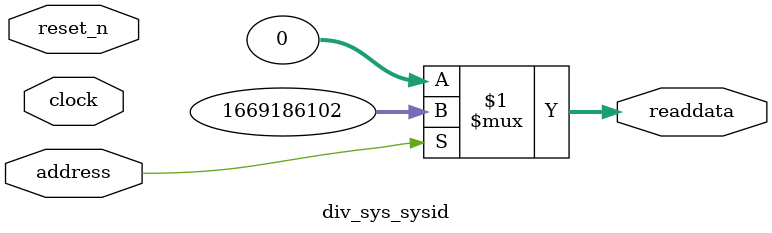
<source format=v>



// synthesis translate_off
`timescale 1ns / 1ps
// synthesis translate_on

// turn off superfluous verilog processor warnings 
// altera message_level Level1 
// altera message_off 10034 10035 10036 10037 10230 10240 10030 

module div_sys_sysid (
               // inputs:
                address,
                clock,
                reset_n,

               // outputs:
                readdata
             )
;

  output  [ 31: 0] readdata;
  input            address;
  input            clock;
  input            reset_n;

  wire    [ 31: 0] readdata;
  //control_slave, which is an e_avalon_slave
  assign readdata = address ? 1669186102 : 0;

endmodule



</source>
